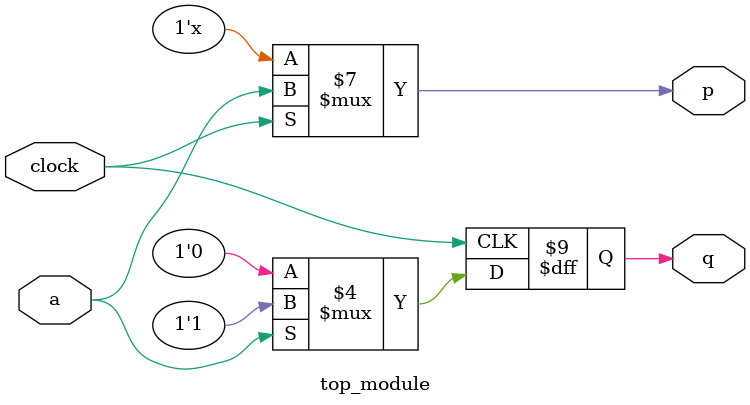
<source format=v>
module top_module (
    input clock,
    input a,
    output reg p,
    output reg q );

    //D锁存器
    always @(*) begin
        if(clock)
            p = a;
    end
    //下降沿触发器
    always @(negedge clock) begin
        if(a)
            q <= 1;
        else
            q <= 0;
    end


endmodule

</source>
